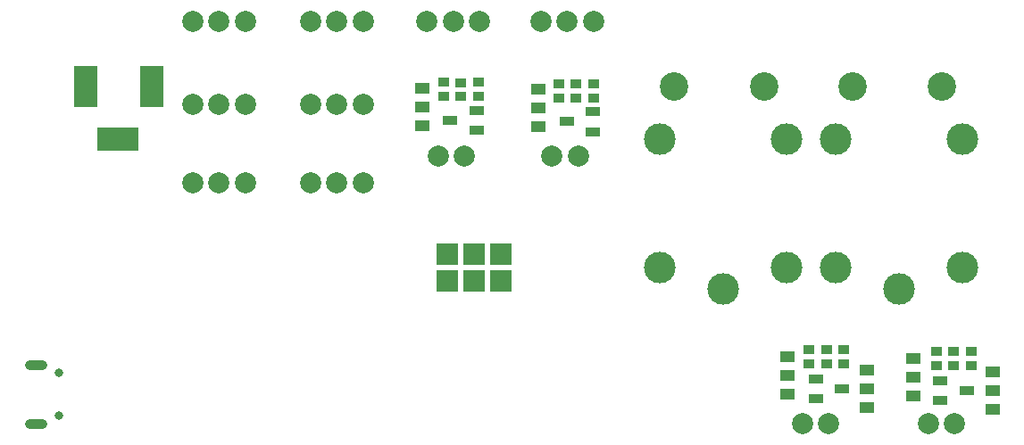
<source format=gbs>
G04 ---------------------------- Layer name :BOTTOM SOLDER LAYER*
G04 EasyEDA v5.8.22, Wed, 05 Dec 2018 03:51:52 GMT*
G04 5ecc0feef65b44bfa0a9ec5bdeff4b52*
G04 Gerber Generator version 0.2*
G04 Scale: 100 percent, Rotated: No, Reflected: No *
G04 Dimensions in millimeters *
G04 leading zeros omitted , absolute positions ,3 integer and 3 decimal *
%FSLAX33Y33*%
%MOMM*%
G90*
G71D02*

%ADD51C,0.903199*%
%ADD53C,0.803199*%
%ADD54R,2.082800X2.082800*%
%ADD58R,2.235200X3.860800*%
%ADD59R,3.860800X2.235200*%
%ADD63R,1.453210X0.903199*%
%ADD65C,2.003196*%
%ADD67C,2.997200*%
%ADD68C,2.703195*%
%ADD74R,1.102360X0.904240*%
%ADD76R,1.402080X1.003300*%

%LPD*%
G54D51*
G01X2371Y13480D02*
G01X3571Y13480D01*
G01X2371Y7830D02*
G01X3571Y7830D01*
G54D74*
G01X41656Y38925D03*
G01X41656Y40246D03*
G01X43309Y40244D03*
G01X43309Y38923D03*
G01X44958Y40246D03*
G01X44958Y38925D03*
G54D63*
G01X42314Y36663D03*
G01X44813Y35713D03*
G01X44813Y37613D03*
G54D76*
G01X39625Y39712D03*
G01X39625Y37934D03*
G01X39625Y36156D03*
G54D74*
G01X55880Y40119D03*
G01X55880Y38798D03*
G01X52578Y38798D03*
G01X52578Y40119D03*
G01X54229Y40119D03*
G01X54229Y38798D03*
G54D63*
G01X53363Y36536D03*
G01X55862Y35586D03*
G01X55862Y37486D03*
G54D76*
G01X50676Y39584D03*
G01X50676Y37806D03*
G01X50676Y36028D03*
G01X86233Y14058D03*
G01X86233Y12280D03*
G01X86233Y10502D03*
G54D63*
G01X91293Y11009D03*
G01X88794Y11959D03*
G01X88794Y10059D03*
G54D74*
G01X91693Y14719D03*
G01X91693Y13398D03*
G01X88393Y14717D03*
G01X88393Y13396D03*
G54D76*
G01X93728Y12787D03*
G01X93728Y11009D03*
G01X93728Y9231D03*
G54D74*
G01X90044Y14717D03*
G01X90044Y13396D03*
G54D76*
G01X74297Y14184D03*
G01X74297Y12406D03*
G01X74297Y10628D03*
G54D63*
G01X79480Y11138D03*
G01X76981Y12088D03*
G01X76981Y10188D03*
G54D74*
G01X79628Y14846D03*
G01X79628Y13525D03*
G01X76326Y14846D03*
G01X76326Y13525D03*
G01X77977Y14846D03*
G01X77977Y13525D03*
G54D76*
G01X81788Y12915D03*
G01X81788Y11137D03*
G01X81788Y9359D03*
G54D54*
G01X42036Y21424D03*
G01X42036Y23964D03*
G01X44576Y21424D03*
G01X44576Y23964D03*
G01X47116Y21424D03*
G01X47116Y23964D03*
G54D53*
G01X5200Y8648D03*
G01X5200Y12661D03*
G54D58*
G01X7749Y39837D03*
G01X13972Y39837D03*
G54D59*
G01X10797Y34884D03*
G54D65*
G01X87629Y7835D03*
G01X90131Y7835D03*
G01X75691Y7835D03*
G01X78193Y7835D03*
G01X41150Y33234D03*
G01X43651Y33234D03*
G01X51943Y33235D03*
G01X54444Y33235D03*
G01X22862Y46061D03*
G01X20360Y46061D03*
G01X17860Y46061D03*
G01X34040Y46059D03*
G01X31538Y46059D03*
G01X29038Y46059D03*
G01X45089Y46059D03*
G01X42587Y46059D03*
G01X40087Y46059D03*
G01X55880Y46062D03*
G01X53378Y46062D03*
G01X50878Y46062D03*
G54D67*
G01X90835Y34864D03*
G01X84835Y20662D03*
G01X78836Y22661D03*
G01X90835Y22661D03*
G01X78836Y34864D03*
G01X74196Y34865D03*
G01X68196Y20664D03*
G01X62197Y22663D03*
G01X74196Y22663D03*
G01X62197Y34865D03*
G54D68*
G01X80459Y39903D03*
G01X88958Y39903D03*
G01X63570Y39901D03*
G01X72069Y39901D03*
G54D65*
G01X22860Y38188D03*
G01X20358Y38188D03*
G01X17858Y38188D03*
G01X34038Y38187D03*
G01X31536Y38187D03*
G01X29036Y38187D03*
G01X22862Y30694D03*
G01X20360Y30694D03*
G01X17860Y30694D03*
G01X34036Y30695D03*
G01X31534Y30695D03*
G01X29034Y30695D03*
M00*
M02*

</source>
